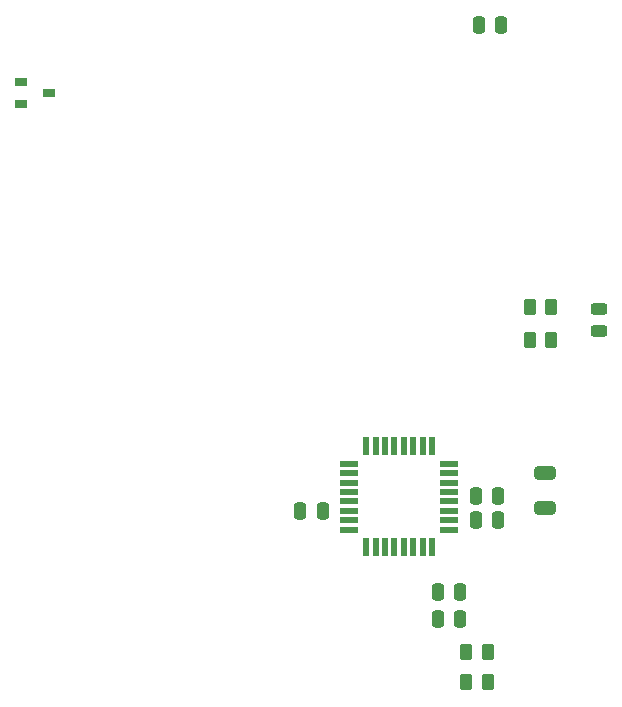
<source format=gbr>
%TF.GenerationSoftware,KiCad,Pcbnew,9.0.4-9.0.4-0~ubuntu22.04.1*%
%TF.CreationDate,2025-10-10T14:21:56+02:00*%
%TF.ProjectId,ModuleController,4d6f6475-6c65-4436-9f6e-74726f6c6c65,rev?*%
%TF.SameCoordinates,Original*%
%TF.FileFunction,Paste,Top*%
%TF.FilePolarity,Positive*%
%FSLAX46Y46*%
G04 Gerber Fmt 4.6, Leading zero omitted, Abs format (unit mm)*
G04 Created by KiCad (PCBNEW 9.0.4-9.0.4-0~ubuntu22.04.1) date 2025-10-10 14:21:56*
%MOMM*%
%LPD*%
G01*
G04 APERTURE LIST*
G04 Aperture macros list*
%AMRoundRect*
0 Rectangle with rounded corners*
0 $1 Rounding radius*
0 $2 $3 $4 $5 $6 $7 $8 $9 X,Y pos of 4 corners*
0 Add a 4 corners polygon primitive as box body*
4,1,4,$2,$3,$4,$5,$6,$7,$8,$9,$2,$3,0*
0 Add four circle primitives for the rounded corners*
1,1,$1+$1,$2,$3*
1,1,$1+$1,$4,$5*
1,1,$1+$1,$6,$7*
1,1,$1+$1,$8,$9*
0 Add four rect primitives between the rounded corners*
20,1,$1+$1,$2,$3,$4,$5,0*
20,1,$1+$1,$4,$5,$6,$7,0*
20,1,$1+$1,$6,$7,$8,$9,0*
20,1,$1+$1,$8,$9,$2,$3,0*%
G04 Aperture macros list end*
%ADD10RoundRect,0.250000X0.650000X-0.325000X0.650000X0.325000X-0.650000X0.325000X-0.650000X-0.325000X0*%
%ADD11RoundRect,0.250000X0.250000X0.475000X-0.250000X0.475000X-0.250000X-0.475000X0.250000X-0.475000X0*%
%ADD12RoundRect,0.250000X-0.262500X-0.450000X0.262500X-0.450000X0.262500X0.450000X-0.262500X0.450000X0*%
%ADD13R,1.600000X0.550000*%
%ADD14R,0.550000X1.600000*%
%ADD15RoundRect,0.250000X0.262500X0.450000X-0.262500X0.450000X-0.262500X-0.450000X0.262500X-0.450000X0*%
%ADD16RoundRect,0.250000X-0.250000X-0.475000X0.250000X-0.475000X0.250000X0.475000X-0.250000X0.475000X0*%
%ADD17R,1.000000X0.700000*%
%ADD18RoundRect,0.243750X0.456250X-0.243750X0.456250X0.243750X-0.456250X0.243750X-0.456250X-0.243750X0*%
G04 APERTURE END LIST*
D10*
%TO.C,C2*%
X138176000Y-106934000D03*
X138176000Y-103984000D03*
%TD*%
D11*
%TO.C,C8*%
X134488000Y-66040000D03*
X132588000Y-66040000D03*
%TD*%
%TO.C,C3*%
X130998000Y-116332000D03*
X129098000Y-116332000D03*
%TD*%
D12*
%TO.C,R2*%
X136906000Y-89916000D03*
X138731000Y-89916000D03*
%TD*%
D13*
%TO.C,U4*%
X121588000Y-103186000D03*
X121588000Y-103986000D03*
X121588000Y-104786000D03*
X121588000Y-105586000D03*
X121588000Y-106386000D03*
X121588000Y-107186000D03*
X121588000Y-107986000D03*
X121588000Y-108786000D03*
D14*
X123038000Y-110236000D03*
X123838000Y-110236000D03*
X124638000Y-110236000D03*
X125438000Y-110236000D03*
X126238000Y-110236000D03*
X127038000Y-110236000D03*
X127838000Y-110236000D03*
X128638000Y-110236000D03*
D13*
X130088000Y-108786000D03*
X130088000Y-107986000D03*
X130088000Y-107186000D03*
X130088000Y-106386000D03*
X130088000Y-105586000D03*
X130088000Y-104786000D03*
X130088000Y-103986000D03*
X130088000Y-103186000D03*
D14*
X128638000Y-101736000D03*
X127838000Y-101736000D03*
X127038000Y-101736000D03*
X126238000Y-101736000D03*
X125438000Y-101736000D03*
X124638000Y-101736000D03*
X123838000Y-101736000D03*
X123038000Y-101736000D03*
%TD*%
D15*
%TO.C,R1*%
X133350000Y-119126000D03*
X131525000Y-119126000D03*
%TD*%
D11*
%TO.C,C4*%
X130998000Y-114046000D03*
X129098000Y-114046000D03*
%TD*%
D15*
%TO.C,R4*%
X133350000Y-121666000D03*
X131525000Y-121666000D03*
%TD*%
D16*
%TO.C,C6*%
X117480000Y-107188000D03*
X119380000Y-107188000D03*
%TD*%
D17*
%TO.C,U2*%
X93800000Y-70860000D03*
X93800000Y-72760000D03*
X96200000Y-71810000D03*
%TD*%
D11*
%TO.C,C5*%
X134234000Y-107950000D03*
X132334000Y-107950000D03*
%TD*%
%TO.C,C7*%
X134234000Y-105918000D03*
X132334000Y-105918000D03*
%TD*%
D12*
%TO.C,R3*%
X136906000Y-92710000D03*
X138731000Y-92710000D03*
%TD*%
D18*
%TO.C,F1*%
X142748000Y-91955000D03*
X142748000Y-90080000D03*
%TD*%
M02*

</source>
